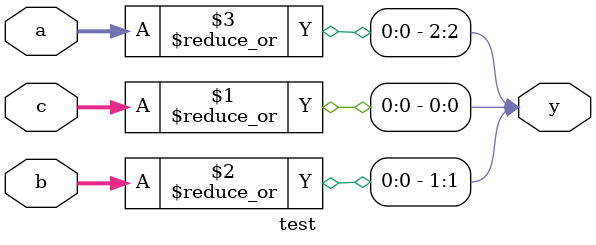
<source format=v>
module test(input [3:0] a, input [4:0] b, input [5:0] c, output [2:0] y);
assign y = {|a, |b, |c};
endmodule

</source>
